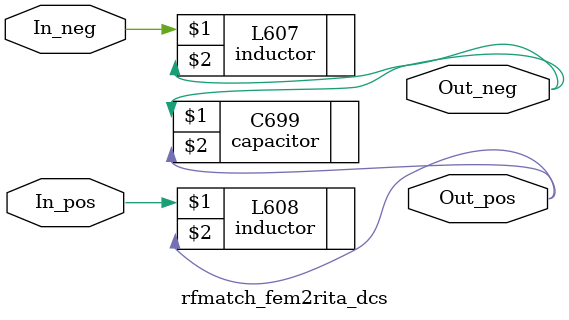
<source format=v>
/* RF Rx path from quadband FEM to Rita, DCS band, per Leonardo schematics */

module rfmatch_fem2rita_dcs (In_neg, In_pos, Out_neg, Out_pos);

input In_neg, In_pos;
output Out_neg, Out_pos;

inductor L607 (In_neg, Out_neg);
inductor L608 (In_pos, Out_pos);

capacitor C699 (Out_neg, Out_pos);

endmodule

</source>
